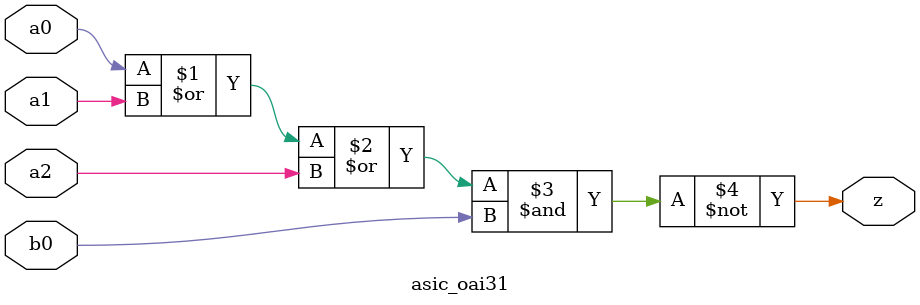
<source format=v>
module asic_oai31(	// file.cleaned.mlir:2:3
  input  a0,	// file.cleaned.mlir:2:28
         a1,	// file.cleaned.mlir:2:41
         a2,	// file.cleaned.mlir:2:54
         b0,	// file.cleaned.mlir:2:67
  output z	// file.cleaned.mlir:2:81
);

  assign z = ~((a0 | a1 | a2) & b0);	// file.cleaned.mlir:4:10, :5:10, :6:10, :7:5
endmodule


</source>
